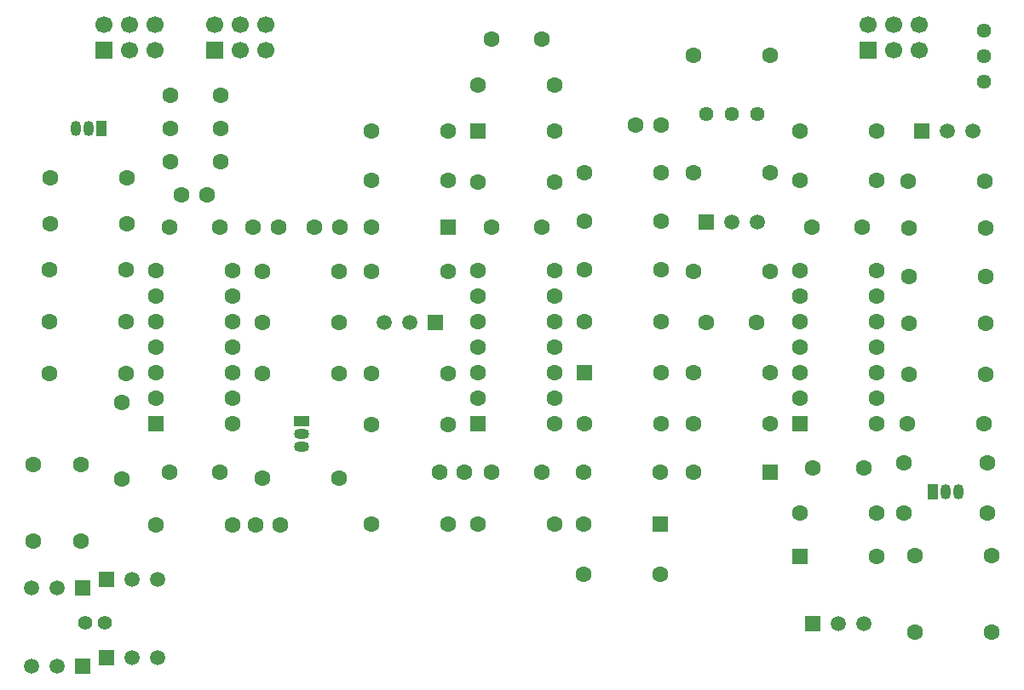
<source format=gts>
%TF.GenerationSoftware,KiCad,Pcbnew,9.0.7*%
%TF.CreationDate,2026-02-21T19:27:00+01:00*%
%TF.ProjectId,DMH_VCLFO_v2_PCB_Submodule,444d485f-5643-44c4-964f-5f76325f5043,1*%
%TF.SameCoordinates,Original*%
%TF.FileFunction,Soldermask,Top*%
%TF.FilePolarity,Negative*%
%FSLAX46Y46*%
G04 Gerber Fmt 4.6, Leading zero omitted, Abs format (unit mm)*
G04 Created by KiCad (PCBNEW 9.0.7) date 2026-02-21 19:27:00*
%MOMM*%
%LPD*%
G01*
G04 APERTURE LIST*
G04 Aperture macros list*
%AMRoundRect*
0 Rectangle with rounded corners*
0 $1 Rounding radius*
0 $2 $3 $4 $5 $6 $7 $8 $9 X,Y pos of 4 corners*
0 Add a 4 corners polygon primitive as box body*
4,1,4,$2,$3,$4,$5,$6,$7,$8,$9,$2,$3,0*
0 Add four circle primitives for the rounded corners*
1,1,$1+$1,$2,$3*
1,1,$1+$1,$4,$5*
1,1,$1+$1,$6,$7*
1,1,$1+$1,$8,$9*
0 Add four rect primitives between the rounded corners*
20,1,$1+$1,$2,$3,$4,$5,0*
20,1,$1+$1,$4,$5,$6,$7,0*
20,1,$1+$1,$6,$7,$8,$9,0*
20,1,$1+$1,$8,$9,$2,$3,0*%
G04 Aperture macros list end*
%ADD10R,1.700000X1.700000*%
%ADD11C,1.700000*%
%ADD12C,1.600000*%
%ADD13R,1.500000X1.500000*%
%ADD14C,1.500000*%
%ADD15RoundRect,0.250000X0.550000X0.550000X-0.550000X0.550000X-0.550000X-0.550000X0.550000X-0.550000X0*%
%ADD16R,1.500000X1.050000*%
%ADD17O,1.500000X1.050000*%
%ADD18R,1.050000X1.500000*%
%ADD19O,1.050000X1.500000*%
%ADD20RoundRect,0.250000X-0.550000X-0.550000X0.550000X-0.550000X0.550000X0.550000X-0.550000X0.550000X0*%
%ADD21C,1.400000*%
%ADD22C,1.440000*%
G04 APERTURE END LIST*
D10*
%TO.C,J38*%
X135000000Y-35000000D03*
D11*
X135000000Y-32460000D03*
X137540000Y-35000000D03*
X137540000Y-32460000D03*
X140080000Y-35000000D03*
X140080000Y-32460000D03*
%TD*%
D10*
%TO.C,J36*%
X70000000Y-35000000D03*
D11*
X70000000Y-32460000D03*
X72540000Y-35000000D03*
X72540000Y-32460000D03*
X75080000Y-35000000D03*
X75080000Y-32460000D03*
%TD*%
D10*
%TO.C,J34*%
X59000000Y-35000000D03*
D11*
X59000000Y-32460000D03*
X61540000Y-35000000D03*
X61540000Y-32460000D03*
X64080000Y-35000000D03*
X64080000Y-32460000D03*
%TD*%
D12*
%TO.C,R74*%
X138990000Y-67300000D03*
X146610000Y-67300000D03*
%TD*%
%TO.C,R80*%
X61210000Y-56900000D03*
X53590000Y-56900000D03*
%TD*%
D13*
%TO.C,Q15*%
X56940000Y-96300000D03*
D14*
X54400000Y-96300000D03*
X51860000Y-96300000D03*
%TD*%
D12*
%TO.C,C2*%
X111850000Y-42500000D03*
X114350000Y-42500000D03*
%TD*%
%TO.C,C15*%
X129400000Y-52600000D03*
X134400000Y-52600000D03*
%TD*%
%TO.C,C3*%
X138500000Y-81100000D03*
X138500000Y-76100000D03*
%TD*%
%TO.C,R87*%
X85590000Y-72300000D03*
X93210000Y-72300000D03*
%TD*%
%TO.C,R78*%
X125210000Y-67100000D03*
X117590000Y-67100000D03*
%TD*%
%TO.C,R77*%
X125210000Y-72200000D03*
X117590000Y-72200000D03*
%TD*%
%TO.C,R89*%
X85590000Y-67200000D03*
X93210000Y-67200000D03*
%TD*%
D15*
%TO.C,D11*%
X125210000Y-77000000D03*
D12*
X117590000Y-77000000D03*
%TD*%
%TO.C,R71*%
X147210000Y-92900000D03*
X139590000Y-92900000D03*
%TD*%
%TO.C,R59*%
X106790000Y-72200000D03*
X114410000Y-72200000D03*
%TD*%
D13*
%TO.C,Q14*%
X56940000Y-88500000D03*
D14*
X54400000Y-88500000D03*
X51860000Y-88500000D03*
%TD*%
D15*
%TO.C,D12*%
X93210000Y-52600000D03*
D12*
X85590000Y-52600000D03*
%TD*%
D15*
%TO.C,D8*%
X114310000Y-82200000D03*
D12*
X106690000Y-82200000D03*
%TD*%
%TO.C,R63*%
X106790000Y-47200000D03*
X114410000Y-47200000D03*
%TD*%
D13*
%TO.C,Q12*%
X59250000Y-95450000D03*
D14*
X61790000Y-95450000D03*
X64330000Y-95450000D03*
%TD*%
D12*
%TO.C,C17*%
X97500000Y-77000000D03*
X102500000Y-77000000D03*
%TD*%
%TO.C,R94*%
X74790000Y-62100000D03*
X82410000Y-62100000D03*
%TD*%
D16*
%TO.C,Q17*%
X78700000Y-71930000D03*
D17*
X78700000Y-73200000D03*
X78700000Y-74470000D03*
%TD*%
D12*
%TO.C,R54*%
X117590000Y-57000000D03*
X125210000Y-57000000D03*
%TD*%
%TO.C,R75*%
X138890000Y-72200000D03*
X146510000Y-72200000D03*
%TD*%
D18*
%TO.C,Q10*%
X58770000Y-42800000D03*
D19*
X57500000Y-42800000D03*
X56230000Y-42800000D03*
%TD*%
D12*
%TO.C,C12*%
X79950000Y-52600000D03*
X82450000Y-52600000D03*
%TD*%
D18*
%TO.C,Q9*%
X141430000Y-79000000D03*
D19*
X142700000Y-79000000D03*
X143970000Y-79000000D03*
%TD*%
D12*
%TO.C,C18*%
X129500000Y-76600000D03*
X134500000Y-76600000D03*
%TD*%
%TO.C,C6*%
X123900000Y-62100000D03*
X118900000Y-62100000D03*
%TD*%
%TO.C,C14*%
X97500000Y-52600000D03*
X102500000Y-52600000D03*
%TD*%
%TO.C,C5*%
X65600000Y-39500000D03*
X70600000Y-39500000D03*
%TD*%
%TO.C,R91*%
X103810000Y-82200000D03*
X96190000Y-82200000D03*
%TD*%
%TO.C,R85*%
X53590000Y-67200000D03*
X61210000Y-67200000D03*
%TD*%
%TO.C,C7*%
X65600000Y-46100000D03*
X70600000Y-46100000D03*
%TD*%
%TO.C,R65*%
X138990000Y-57500000D03*
X146610000Y-57500000D03*
%TD*%
D20*
%TO.C,U12*%
X128190000Y-72215000D03*
D12*
X128190000Y-69675000D03*
X128190000Y-67135000D03*
X128190000Y-64595000D03*
X128190000Y-62055000D03*
X128190000Y-59515000D03*
X128190000Y-56975000D03*
X135810000Y-56975000D03*
X135810000Y-59515000D03*
X135810000Y-62055000D03*
X135810000Y-64595000D03*
X135810000Y-67135000D03*
X135810000Y-69675000D03*
X135810000Y-72215000D03*
%TD*%
%TO.C,R96*%
X52000000Y-83910000D03*
X52000000Y-76290000D03*
%TD*%
%TO.C,R57*%
X128190000Y-43100000D03*
X135810000Y-43100000D03*
%TD*%
%TO.C,R62*%
X96190000Y-48100000D03*
X103810000Y-48100000D03*
%TD*%
%TO.C,R92*%
X93210000Y-57000000D03*
X85590000Y-57000000D03*
%TD*%
D20*
%TO.C,D10*%
X128190000Y-85400000D03*
D12*
X135810000Y-85400000D03*
%TD*%
%TO.C,R76*%
X56700000Y-76290000D03*
X56700000Y-83910000D03*
%TD*%
%TO.C,R84*%
X60800000Y-70090000D03*
X60800000Y-77710000D03*
%TD*%
D13*
%TO.C,Q16*%
X91950000Y-62150000D03*
D14*
X89410000Y-62150000D03*
X86870000Y-62150000D03*
%TD*%
D12*
%TO.C,R81*%
X85590000Y-82200000D03*
X93210000Y-82200000D03*
%TD*%
%TO.C,R55*%
X106790000Y-56900000D03*
X114410000Y-56900000D03*
%TD*%
%TO.C,R64*%
X117590000Y-47200000D03*
X125210000Y-47200000D03*
%TD*%
%TO.C,R93*%
X74790000Y-67200000D03*
X82410000Y-67200000D03*
%TD*%
D20*
%TO.C,D7*%
X96190000Y-43100000D03*
D12*
X103810000Y-43100000D03*
%TD*%
%TO.C,C63*%
X65600000Y-42800000D03*
X70600000Y-42800000D03*
%TD*%
%TO.C,R70*%
X128190000Y-81100000D03*
X135810000Y-81100000D03*
%TD*%
D13*
%TO.C,Q13*%
X59250000Y-87650000D03*
D14*
X61790000Y-87650000D03*
X64330000Y-87650000D03*
%TD*%
D12*
%TO.C,C8*%
X92350000Y-77000000D03*
X94850000Y-77000000D03*
%TD*%
%TO.C,R72*%
X61310000Y-52300000D03*
X53690000Y-52300000D03*
%TD*%
%TO.C,R88*%
X74790000Y-77600000D03*
X82410000Y-77600000D03*
%TD*%
%TO.C,R58*%
X96190000Y-38500000D03*
X103810000Y-38500000D03*
%TD*%
%TO.C,R82*%
X93210000Y-48000000D03*
X85590000Y-48000000D03*
%TD*%
%TO.C,R95*%
X64190000Y-82300000D03*
X71810000Y-82300000D03*
%TD*%
%TO.C,C11*%
X76550000Y-82300000D03*
X74050000Y-82300000D03*
%TD*%
%TO.C,R83*%
X85590000Y-43100000D03*
X93210000Y-43100000D03*
%TD*%
%TO.C,R60*%
X114310000Y-77000000D03*
X106690000Y-77000000D03*
%TD*%
%TO.C,C13*%
X65500000Y-52600000D03*
X70500000Y-52600000D03*
%TD*%
%TO.C,R67*%
X138980000Y-48050000D03*
X146600000Y-48050000D03*
%TD*%
%TO.C,R53*%
X106690000Y-87200000D03*
X114310000Y-87200000D03*
%TD*%
%TO.C,C4*%
X146800000Y-81100000D03*
X146800000Y-76100000D03*
%TD*%
%TO.C,R90*%
X74790000Y-57000000D03*
X82410000Y-57000000D03*
%TD*%
%TO.C,C10*%
X73850000Y-52600000D03*
X76350000Y-52600000D03*
%TD*%
%TO.C,R79*%
X53590000Y-62000000D03*
X61210000Y-62000000D03*
%TD*%
D21*
%TO.C,TH1*%
X57195000Y-92000000D03*
X59095000Y-92000000D03*
%TD*%
D12*
%TO.C,R56*%
X125210000Y-35500000D03*
X117590000Y-35500000D03*
%TD*%
D20*
%TO.C,U11*%
X96190000Y-72215000D03*
D12*
X96190000Y-69675000D03*
X96190000Y-67135000D03*
X96190000Y-64595000D03*
X96190000Y-62055000D03*
X96190000Y-59515000D03*
X96190000Y-56975000D03*
X103810000Y-56975000D03*
X103810000Y-59515000D03*
X103810000Y-62055000D03*
X103810000Y-64595000D03*
X103810000Y-67135000D03*
X103810000Y-69675000D03*
X103810000Y-72215000D03*
%TD*%
D13*
%TO.C,Q11*%
X129460000Y-92050000D03*
D14*
X132000000Y-92050000D03*
X134540000Y-92050000D03*
%TD*%
D12*
%TO.C,R86*%
X61310000Y-47700000D03*
X53690000Y-47700000D03*
%TD*%
%TO.C,C16*%
X65500000Y-77000000D03*
X70500000Y-77000000D03*
%TD*%
D22*
%TO.C,RV14*%
X146495000Y-38140000D03*
X146495000Y-35600000D03*
X146495000Y-33060000D03*
%TD*%
D12*
%TO.C,R61*%
X128190000Y-48000000D03*
X135810000Y-48000000D03*
%TD*%
D20*
%TO.C,D9*%
X106790000Y-67100000D03*
D12*
X114410000Y-67100000D03*
%TD*%
D22*
%TO.C,RV13*%
X123940000Y-41405000D03*
X121400000Y-41405000D03*
X118860000Y-41405000D03*
%TD*%
D13*
%TO.C,Q7*%
X118860000Y-52150000D03*
D14*
X121400000Y-52150000D03*
X123940000Y-52150000D03*
%TD*%
D12*
%TO.C,R52*%
X114410000Y-62000000D03*
X106790000Y-62000000D03*
%TD*%
%TO.C,C1*%
X97500000Y-33900000D03*
X102500000Y-33900000D03*
%TD*%
%TO.C,R73*%
X138990000Y-62200000D03*
X146610000Y-62200000D03*
%TD*%
%TO.C,R66*%
X138990000Y-52700000D03*
X146610000Y-52700000D03*
%TD*%
%TO.C,R68*%
X114410000Y-52000000D03*
X106790000Y-52000000D03*
%TD*%
D13*
%TO.C,Q8*%
X140260000Y-43100000D03*
D14*
X142800000Y-43100000D03*
X145340000Y-43100000D03*
%TD*%
D12*
%TO.C,R69*%
X139590000Y-85300000D03*
X147210000Y-85300000D03*
%TD*%
D20*
%TO.C,U10*%
X64190000Y-72215000D03*
D12*
X64190000Y-69675000D03*
X64190000Y-67135000D03*
X64190000Y-64595000D03*
X64190000Y-62055000D03*
X64190000Y-59515000D03*
X64190000Y-56975000D03*
X71810000Y-56975000D03*
X71810000Y-59515000D03*
X71810000Y-62055000D03*
X71810000Y-64595000D03*
X71810000Y-67135000D03*
X71810000Y-69675000D03*
X71810000Y-72215000D03*
%TD*%
%TO.C,C9*%
X66750000Y-49400000D03*
X69250000Y-49400000D03*
%TD*%
M02*

</source>
